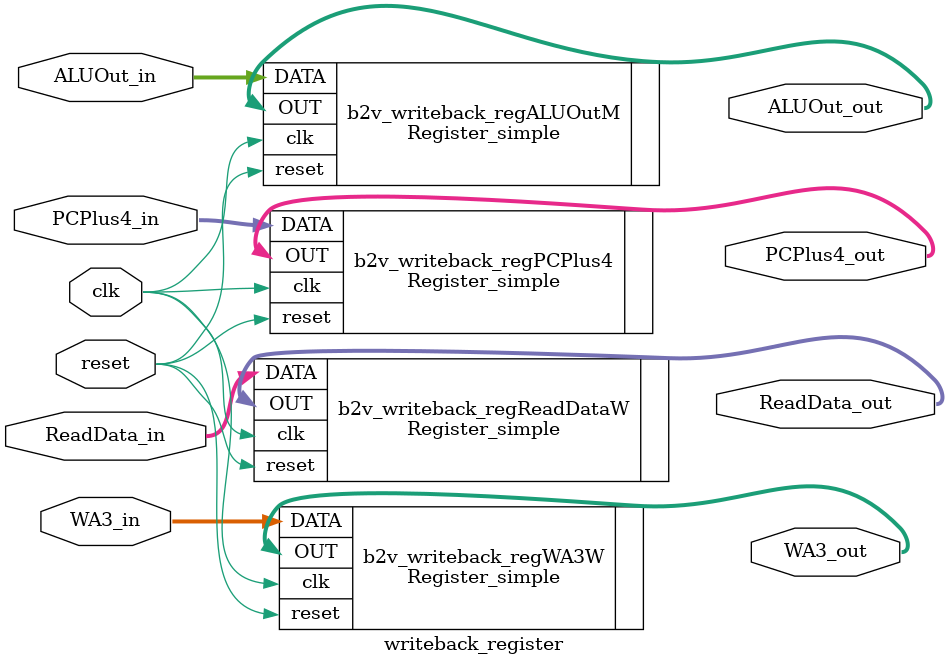
<source format=v>


module writeback_register(
	clk,
	reset,
	ALUOut_in,
	PCPlus4_in,
	ReadData_in,
	WA3_in,
	ALUOut_out,
	PCPlus4_out,
	ReadData_out,
	WA3_out
);


input wire	clk;
input wire	reset;
input wire	[31:0] ALUOut_in;
input wire	[31:0] PCPlus4_in;
input wire	[31:0] ReadData_in;
input wire	[3:0] WA3_in;
output wire	[31:0] ALUOut_out;
output wire	[31:0] PCPlus4_out;
output wire	[31:0] ReadData_out;
output wire	[3:0] WA3_out;






Register_simple	b2v_writeback_regALUOutM(
	.clk(clk),
	.reset(reset),
	.DATA(ALUOut_in),
	.OUT(ALUOut_out));
	defparam	b2v_writeback_regALUOutM.WIDTH = 32;


Register_simple	b2v_writeback_regPCPlus4(
	.clk(clk),
	.reset(reset),
	.DATA(PCPlus4_in),
	.OUT(PCPlus4_out));
	defparam	b2v_writeback_regPCPlus4.WIDTH = 32;


Register_simple	b2v_writeback_regReadDataW(
	.clk(clk),
	.reset(reset),
	.DATA(ReadData_in),
	.OUT(ReadData_out));
	defparam	b2v_writeback_regReadDataW.WIDTH = 32;


Register_simple	b2v_writeback_regWA3W(
	.clk(clk),
	.reset(reset),
	.DATA(WA3_in),
	.OUT(WA3_out));
	defparam	b2v_writeback_regWA3W.WIDTH = 4;


endmodule

</source>
